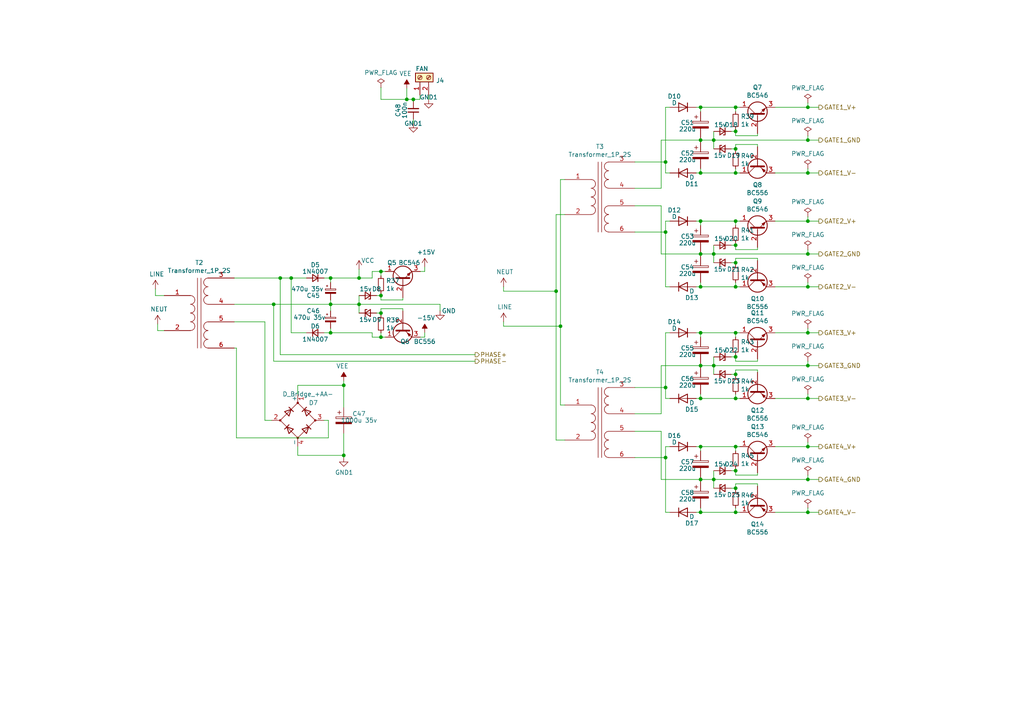
<source format=kicad_sch>
(kicad_sch (version 20200506) (host eeschema "5.99.0-unknown-1f9723c~101~ubuntu18.04.1")
  (page "A4")
  (junction (at 234.315 31.115))
  (junction (at 213.36 71.12))
  (junction (at 213.36 83.185))
  (junction (at 117.983 28.829))
  (junction (at 193.04 132.715))
  (junction (at 110.49 85.725))
  (junction (at 203.2 139.065))
  (junction (at 234.315 139.065))
  (junction (at 234.315 148.59))
  (junction (at 234.315 129.54))
  (junction (at 207.01 139.065))
  (junction (at 203.2 40.64))
  (junction (at 234.315 73.66))
  (junction (at 213.36 96.52))
  (junction (at 213.36 141.605))
  (junction (at 84.455 80.645))
  (junction (at 234.315 64.135))
  (junction (at 234.315 83.185))
  (junction (at 193.04 67.31))
  (junction (at 203.2 129.54))
  (junction (at 110.49 90.805))
  (junction (at 162.56 94.615))
  (junction (at 234.315 50.165))
  (junction (at 110.49 78.74))
  (junction (at 203.2 83.185))
  (junction (at 161.29 84.455))
  (junction (at 110.49 97.79))
  (junction (at 95.885 96.52))
  (junction (at 213.36 115.57))
  (junction (at 213.36 38.1))
  (junction (at 95.885 88.265))
  (junction (at 213.36 108.585))
  (junction (at 203.2 31.115))
  (junction (at 213.36 43.18))
  (junction (at 213.36 103.505))
  (junction (at 203.2 50.165))
  (junction (at 99.695 111.76))
  (junction (at 203.2 96.52))
  (junction (at 193.04 46.99))
  (junction (at 213.36 148.59))
  (junction (at 203.2 106.045))
  (junction (at 81.28 80.645))
  (junction (at 234.315 106.045))
  (junction (at 95.885 80.645))
  (junction (at 203.2 115.57))
  (junction (at 213.36 136.525))
  (junction (at 193.04 112.395))
  (junction (at 79.375 88.265))
  (junction (at 203.2 64.135))
  (junction (at 104.14 80.645))
  (junction (at 234.315 40.64))
  (junction (at 207.01 73.66))
  (junction (at 213.36 50.165))
  (junction (at 213.36 64.135))
  (junction (at 213.36 129.54))
  (junction (at 234.315 115.57))
  (junction (at 207.01 40.64))
  (junction (at 213.36 31.115))
  (junction (at 203.2 73.66))
  (junction (at 119.888 28.829))
  (junction (at 104.14 88.265))
  (junction (at 234.315 96.52))
  (junction (at 203.2 148.59))
  (junction (at 99.695 132.08))
  (junction (at 207.01 106.045))
  (junction (at 213.36 76.2))
  (wire (pts (xy 45.085 83.82) (xy 45.085 85.725)))
  (wire (pts (xy 45.085 85.725) (xy 47.625 85.725)))
  (wire (pts (xy 45.72 93.98) (xy 45.72 95.885)))
  (wire (pts (xy 45.72 95.885) (xy 47.625 95.885)))
  (wire (pts (xy 67.945 80.645) (xy 81.28 80.645)))
  (wire (pts (xy 67.945 88.265) (xy 79.375 88.265)))
  (wire (pts (xy 67.945 93.345) (xy 76.835 93.345)))
  (wire (pts (xy 67.945 100.965) (xy 68.58 100.965)))
  (wire (pts (xy 68.58 100.965) (xy 68.58 127)))
  (wire (pts (xy 68.58 127) (xy 95.25 127)))
  (wire (pts (xy 76.835 93.345) (xy 76.835 121.92)))
  (wire (pts (xy 76.835 121.92) (xy 78.74 121.92)))
  (wire (pts (xy 79.375 88.265) (xy 95.885 88.265)))
  (wire (pts (xy 79.375 104.775) (xy 79.375 88.265)))
  (wire (pts (xy 79.375 104.775) (xy 137.795 104.775)))
  (wire (pts (xy 81.28 80.645) (xy 81.28 102.87)))
  (wire (pts (xy 81.28 80.645) (xy 84.455 80.645)))
  (wire (pts (xy 81.28 102.87) (xy 137.795 102.87)))
  (wire (pts (xy 84.455 80.645) (xy 88.9 80.645)))
  (wire (pts (xy 84.455 96.52) (xy 84.455 80.645)))
  (wire (pts (xy 84.455 96.52) (xy 88.9 96.52)))
  (wire (pts (xy 86.36 111.76) (xy 86.36 114.3)))
  (wire (pts (xy 86.36 111.76) (xy 99.695 111.76)))
  (wire (pts (xy 86.36 129.54) (xy 86.36 132.08)))
  (wire (pts (xy 86.36 132.08) (xy 99.695 132.08)))
  (wire (pts (xy 93.98 80.645) (xy 95.885 80.645)))
  (wire (pts (xy 93.98 96.52) (xy 95.885 96.52)))
  (wire (pts (xy 95.25 121.92) (xy 93.98 121.92)))
  (wire (pts (xy 95.25 127) (xy 95.25 121.92)))
  (wire (pts (xy 95.885 80.645) (xy 95.885 81.915)))
  (wire (pts (xy 95.885 80.645) (xy 104.14 80.645)))
  (wire (pts (xy 95.885 88.265) (xy 95.885 86.995)))
  (wire (pts (xy 95.885 88.265) (xy 95.885 90.17)))
  (wire (pts (xy 95.885 88.265) (xy 104.14 88.265)))
  (wire (pts (xy 95.885 96.52) (xy 95.885 95.25)))
  (wire (pts (xy 95.885 96.52) (xy 107.95 96.52)))
  (wire (pts (xy 99.695 110.49) (xy 99.695 111.76)))
  (wire (pts (xy 99.695 111.76) (xy 99.695 118.11)))
  (wire (pts (xy 99.695 125.73) (xy 99.695 132.08)))
  (wire (pts (xy 99.695 132.08) (xy 99.695 132.715)))
  (wire (pts (xy 104.14 78.105) (xy 104.14 80.645)))
  (wire (pts (xy 104.14 80.645) (xy 107.95 80.645)))
  (wire (pts (xy 104.14 85.725) (xy 104.14 88.265)))
  (wire (pts (xy 104.14 88.265) (xy 104.14 90.805)))
  (wire (pts (xy 104.14 88.265) (xy 127.635 88.265)))
  (wire (pts (xy 107.95 78.74) (xy 110.49 78.74)))
  (wire (pts (xy 107.95 80.645) (xy 107.95 78.74)))
  (wire (pts (xy 107.95 96.52) (xy 107.95 97.79)))
  (wire (pts (xy 107.95 97.79) (xy 110.49 97.79)))
  (wire (pts (xy 109.22 85.725) (xy 110.49 85.725)))
  (wire (pts (xy 109.22 90.805) (xy 110.49 90.805)))
  (wire (pts (xy 110.49 28.829) (xy 110.49 25.4)))
  (wire (pts (xy 110.49 78.74) (xy 110.49 80.01)))
  (wire (pts (xy 110.49 78.74) (xy 111.76 78.74)))
  (wire (pts (xy 110.49 85.09) (xy 110.49 85.725)))
  (wire (pts (xy 110.49 85.725) (xy 110.49 86.995)))
  (wire (pts (xy 110.49 86.995) (xy 116.84 86.995)))
  (wire (pts (xy 110.49 89.535) (xy 110.49 90.805)))
  (wire (pts (xy 110.49 90.805) (xy 110.49 91.44)))
  (wire (pts (xy 110.49 96.52) (xy 110.49 97.79)))
  (wire (pts (xy 110.49 97.79) (xy 111.76 97.79)))
  (wire (pts (xy 116.84 86.36) (xy 116.84 86.995)))
  (wire (pts (xy 116.84 89.535) (xy 110.49 89.535)))
  (wire (pts (xy 116.84 90.17) (xy 116.84 89.535)))
  (wire (pts (xy 117.983 25.654) (xy 117.983 28.829)))
  (wire (pts (xy 117.983 28.829) (xy 110.49 28.829)))
  (wire (pts (xy 117.983 28.829) (xy 119.888 28.829)))
  (wire (pts (xy 119.888 28.829) (xy 119.888 29.464)))
  (wire (pts (xy 119.888 28.829) (xy 121.793 28.829)))
  (wire (pts (xy 119.888 34.544) (xy 119.888 35.814)))
  (wire (pts (xy 121.793 28.829) (xy 121.793 27.559)))
  (wire (pts (xy 121.92 78.74) (xy 123.19 78.74)))
  (wire (pts (xy 121.92 97.79) (xy 123.19 97.79)))
  (wire (pts (xy 123.19 78.74) (xy 123.19 77.47)))
  (wire (pts (xy 123.19 97.79) (xy 123.19 96.52)))
  (wire (pts (xy 124.333 27.559) (xy 124.333 28.829)))
  (wire (pts (xy 127.635 88.265) (xy 127.635 90.17)))
  (wire (pts (xy 146.05 83.185) (xy 146.05 84.455)))
  (wire (pts (xy 146.05 84.455) (xy 161.29 84.455)))
  (wire (pts (xy 146.05 93.345) (xy 146.05 94.615)))
  (wire (pts (xy 146.05 94.615) (xy 162.56 94.615)))
  (wire (pts (xy 161.29 62.23) (xy 163.83 62.23)))
  (wire (pts (xy 161.29 84.455) (xy 161.29 62.23)))
  (wire (pts (xy 161.29 127.635) (xy 161.29 84.455)))
  (wire (pts (xy 162.56 52.07) (xy 163.83 52.07)))
  (wire (pts (xy 162.56 94.615) (xy 162.56 52.07)))
  (wire (pts (xy 162.56 117.475) (xy 162.56 94.615)))
  (wire (pts (xy 162.56 117.475) (xy 163.83 117.475)))
  (wire (pts (xy 163.83 127.635) (xy 161.29 127.635)))
  (wire (pts (xy 184.15 46.99) (xy 193.04 46.99)))
  (wire (pts (xy 184.15 54.61) (xy 191.77 54.61)))
  (wire (pts (xy 184.15 59.69) (xy 191.77 59.69)))
  (wire (pts (xy 184.15 67.31) (xy 193.04 67.31)))
  (wire (pts (xy 184.15 112.395) (xy 193.04 112.395)))
  (wire (pts (xy 184.15 120.015) (xy 191.77 120.015)))
  (wire (pts (xy 184.15 125.095) (xy 191.77 125.095)))
  (wire (pts (xy 184.15 132.715) (xy 193.04 132.715)))
  (wire (pts (xy 191.77 40.64) (xy 203.2 40.64)))
  (wire (pts (xy 191.77 54.61) (xy 191.77 40.64)))
  (wire (pts (xy 191.77 59.69) (xy 191.77 73.66)))
  (wire (pts (xy 191.77 73.66) (xy 203.2 73.66)))
  (wire (pts (xy 191.77 106.045) (xy 203.2 106.045)))
  (wire (pts (xy 191.77 120.015) (xy 191.77 106.045)))
  (wire (pts (xy 191.77 125.095) (xy 191.77 139.065)))
  (wire (pts (xy 191.77 139.065) (xy 203.2 139.065)))
  (wire (pts (xy 193.04 31.115) (xy 194.31 31.115)))
  (wire (pts (xy 193.04 46.99) (xy 193.04 31.115)))
  (wire (pts (xy 193.04 50.165) (xy 193.04 46.99)))
  (wire (pts (xy 193.04 50.165) (xy 194.31 50.165)))
  (wire (pts (xy 193.04 64.135) (xy 193.04 67.31)))
  (wire (pts (xy 193.04 64.135) (xy 194.31 64.135)))
  (wire (pts (xy 193.04 67.31) (xy 193.04 83.185)))
  (wire (pts (xy 193.04 96.52) (xy 194.31 96.52)))
  (wire (pts (xy 193.04 112.395) (xy 193.04 96.52)))
  (wire (pts (xy 193.04 115.57) (xy 193.04 112.395)))
  (wire (pts (xy 193.04 115.57) (xy 194.31 115.57)))
  (wire (pts (xy 193.04 129.54) (xy 193.04 132.715)))
  (wire (pts (xy 193.04 129.54) (xy 194.31 129.54)))
  (wire (pts (xy 193.04 132.715) (xy 193.04 148.59)))
  (wire (pts (xy 194.31 83.185) (xy 193.04 83.185)))
  (wire (pts (xy 194.31 148.59) (xy 193.04 148.59)))
  (wire (pts (xy 201.93 31.115) (xy 203.2 31.115)))
  (wire (pts (xy 201.93 50.165) (xy 203.2 50.165)))
  (wire (pts (xy 201.93 64.135) (xy 203.2 64.135)))
  (wire (pts (xy 201.93 83.185) (xy 203.2 83.185)))
  (wire (pts (xy 201.93 96.52) (xy 203.2 96.52)))
  (wire (pts (xy 201.93 115.57) (xy 203.2 115.57)))
  (wire (pts (xy 201.93 129.54) (xy 203.2 129.54)))
  (wire (pts (xy 201.93 148.59) (xy 203.2 148.59)))
  (wire (pts (xy 203.2 31.115) (xy 203.2 32.385)))
  (wire (pts (xy 203.2 31.115) (xy 213.36 31.115)))
  (wire (pts (xy 203.2 40.005) (xy 203.2 40.64)))
  (wire (pts (xy 203.2 40.64) (xy 203.2 41.275)))
  (wire (pts (xy 203.2 40.64) (xy 207.01 40.64)))
  (wire (pts (xy 203.2 50.165) (xy 203.2 48.895)))
  (wire (pts (xy 203.2 50.165) (xy 213.36 50.165)))
  (wire (pts (xy 203.2 64.135) (xy 203.2 65.405)))
  (wire (pts (xy 203.2 64.135) (xy 213.36 64.135)))
  (wire (pts (xy 203.2 73.025) (xy 203.2 73.66)))
  (wire (pts (xy 203.2 73.66) (xy 203.2 74.295)))
  (wire (pts (xy 203.2 73.66) (xy 207.01 73.66)))
  (wire (pts (xy 203.2 83.185) (xy 203.2 81.915)))
  (wire (pts (xy 203.2 83.185) (xy 213.36 83.185)))
  (wire (pts (xy 203.2 96.52) (xy 203.2 97.79)))
  (wire (pts (xy 203.2 96.52) (xy 213.36 96.52)))
  (wire (pts (xy 203.2 105.41) (xy 203.2 106.045)))
  (wire (pts (xy 203.2 106.045) (xy 203.2 106.68)))
  (wire (pts (xy 203.2 106.045) (xy 207.01 106.045)))
  (wire (pts (xy 203.2 115.57) (xy 203.2 114.3)))
  (wire (pts (xy 203.2 115.57) (xy 213.36 115.57)))
  (wire (pts (xy 203.2 129.54) (xy 203.2 130.81)))
  (wire (pts (xy 203.2 129.54) (xy 213.36 129.54)))
  (wire (pts (xy 203.2 138.43) (xy 203.2 139.065)))
  (wire (pts (xy 203.2 139.065) (xy 203.2 139.7)))
  (wire (pts (xy 203.2 139.065) (xy 207.01 139.065)))
  (wire (pts (xy 203.2 148.59) (xy 203.2 147.32)))
  (wire (pts (xy 203.2 148.59) (xy 213.36 148.59)))
  (wire (pts (xy 207.01 40.64) (xy 207.01 38.1)))
  (wire (pts (xy 207.01 40.64) (xy 207.01 43.18)))
  (wire (pts (xy 207.01 40.64) (xy 234.315 40.64)))
  (wire (pts (xy 207.01 73.66) (xy 207.01 71.12)))
  (wire (pts (xy 207.01 73.66) (xy 207.01 76.2)))
  (wire (pts (xy 207.01 73.66) (xy 234.315 73.66)))
  (wire (pts (xy 207.01 106.045) (xy 207.01 103.505)))
  (wire (pts (xy 207.01 106.045) (xy 207.01 108.585)))
  (wire (pts (xy 207.01 106.045) (xy 234.315 106.045)))
  (wire (pts (xy 207.01 139.065) (xy 207.01 136.525)))
  (wire (pts (xy 207.01 139.065) (xy 207.01 141.605)))
  (wire (pts (xy 207.01 139.065) (xy 234.315 139.065)))
  (wire (pts (xy 212.09 38.1) (xy 213.36 38.1)))
  (wire (pts (xy 212.09 43.18) (xy 213.36 43.18)))
  (wire (pts (xy 212.09 71.12) (xy 213.36 71.12)))
  (wire (pts (xy 212.09 76.2) (xy 213.36 76.2)))
  (wire (pts (xy 212.09 103.505) (xy 213.36 103.505)))
  (wire (pts (xy 212.09 108.585) (xy 213.36 108.585)))
  (wire (pts (xy 212.09 136.525) (xy 213.36 136.525)))
  (wire (pts (xy 212.09 141.605) (xy 213.36 141.605)))
  (wire (pts (xy 213.36 31.115) (xy 213.36 32.385)))
  (wire (pts (xy 213.36 31.115) (xy 214.63 31.115)))
  (wire (pts (xy 213.36 37.465) (xy 213.36 38.1)))
  (wire (pts (xy 213.36 38.1) (xy 213.36 39.37)))
  (wire (pts (xy 213.36 39.37) (xy 219.71 39.37)))
  (wire (pts (xy 213.36 41.91) (xy 213.36 43.18)))
  (wire (pts (xy 213.36 43.18) (xy 213.36 43.815)))
  (wire (pts (xy 213.36 48.895) (xy 213.36 50.165)))
  (wire (pts (xy 213.36 50.165) (xy 214.63 50.165)))
  (wire (pts (xy 213.36 64.135) (xy 213.36 65.405)))
  (wire (pts (xy 213.36 64.135) (xy 214.63 64.135)))
  (wire (pts (xy 213.36 70.485) (xy 213.36 71.12)))
  (wire (pts (xy 213.36 71.12) (xy 213.36 72.39)))
  (wire (pts (xy 213.36 72.39) (xy 219.71 72.39)))
  (wire (pts (xy 213.36 74.93) (xy 213.36 76.2)))
  (wire (pts (xy 213.36 76.2) (xy 213.36 76.835)))
  (wire (pts (xy 213.36 81.915) (xy 213.36 83.185)))
  (wire (pts (xy 213.36 83.185) (xy 214.63 83.185)))
  (wire (pts (xy 213.36 96.52) (xy 213.36 97.79)))
  (wire (pts (xy 213.36 96.52) (xy 214.63 96.52)))
  (wire (pts (xy 213.36 102.87) (xy 213.36 103.505)))
  (wire (pts (xy 213.36 103.505) (xy 213.36 104.775)))
  (wire (pts (xy 213.36 104.775) (xy 219.71 104.775)))
  (wire (pts (xy 213.36 107.315) (xy 213.36 108.585)))
  (wire (pts (xy 213.36 108.585) (xy 213.36 109.22)))
  (wire (pts (xy 213.36 114.3) (xy 213.36 115.57)))
  (wire (pts (xy 213.36 115.57) (xy 214.63 115.57)))
  (wire (pts (xy 213.36 129.54) (xy 213.36 130.81)))
  (wire (pts (xy 213.36 129.54) (xy 214.63 129.54)))
  (wire (pts (xy 213.36 135.89) (xy 213.36 136.525)))
  (wire (pts (xy 213.36 136.525) (xy 213.36 137.795)))
  (wire (pts (xy 213.36 137.795) (xy 219.71 137.795)))
  (wire (pts (xy 213.36 140.335) (xy 213.36 141.605)))
  (wire (pts (xy 213.36 141.605) (xy 213.36 142.24)))
  (wire (pts (xy 213.36 147.32) (xy 213.36 148.59)))
  (wire (pts (xy 213.36 148.59) (xy 214.63 148.59)))
  (wire (pts (xy 219.71 38.735) (xy 219.71 39.37)))
  (wire (pts (xy 219.71 41.91) (xy 213.36 41.91)))
  (wire (pts (xy 219.71 42.545) (xy 219.71 41.91)))
  (wire (pts (xy 219.71 71.755) (xy 219.71 72.39)))
  (wire (pts (xy 219.71 74.93) (xy 213.36 74.93)))
  (wire (pts (xy 219.71 75.565) (xy 219.71 74.93)))
  (wire (pts (xy 219.71 104.14) (xy 219.71 104.775)))
  (wire (pts (xy 219.71 107.315) (xy 213.36 107.315)))
  (wire (pts (xy 219.71 107.95) (xy 219.71 107.315)))
  (wire (pts (xy 219.71 137.16) (xy 219.71 137.795)))
  (wire (pts (xy 219.71 140.335) (xy 213.36 140.335)))
  (wire (pts (xy 219.71 140.97) (xy 219.71 140.335)))
  (wire (pts (xy 224.79 31.115) (xy 234.315 31.115)))
  (wire (pts (xy 224.79 50.165) (xy 234.315 50.165)))
  (wire (pts (xy 224.79 64.135) (xy 234.315 64.135)))
  (wire (pts (xy 224.79 83.185) (xy 234.315 83.185)))
  (wire (pts (xy 224.79 96.52) (xy 234.315 96.52)))
  (wire (pts (xy 224.79 115.57) (xy 234.315 115.57)))
  (wire (pts (xy 224.79 129.54) (xy 234.315 129.54)))
  (wire (pts (xy 224.79 148.59) (xy 234.315 148.59)))
  (wire (pts (xy 234.315 29.845) (xy 234.315 31.115)))
  (wire (pts (xy 234.315 31.115) (xy 237.49 31.115)))
  (wire (pts (xy 234.315 39.37) (xy 234.315 40.64)))
  (wire (pts (xy 234.315 40.64) (xy 237.49 40.64)))
  (wire (pts (xy 234.315 48.895) (xy 234.315 50.165)))
  (wire (pts (xy 234.315 50.165) (xy 237.49 50.165)))
  (wire (pts (xy 234.315 62.865) (xy 234.315 64.135)))
  (wire (pts (xy 234.315 64.135) (xy 237.49 64.135)))
  (wire (pts (xy 234.315 72.39) (xy 234.315 73.66)))
  (wire (pts (xy 234.315 73.66) (xy 237.49 73.66)))
  (wire (pts (xy 234.315 81.915) (xy 234.315 83.185)))
  (wire (pts (xy 234.315 83.185) (xy 237.49 83.185)))
  (wire (pts (xy 234.315 95.25) (xy 234.315 96.52)))
  (wire (pts (xy 234.315 96.52) (xy 237.49 96.52)))
  (wire (pts (xy 234.315 104.775) (xy 234.315 106.045)))
  (wire (pts (xy 234.315 106.045) (xy 237.49 106.045)))
  (wire (pts (xy 234.315 114.3) (xy 234.315 115.57)))
  (wire (pts (xy 234.315 115.57) (xy 237.49 115.57)))
  (wire (pts (xy 234.315 128.27) (xy 234.315 129.54)))
  (wire (pts (xy 234.315 129.54) (xy 237.49 129.54)))
  (wire (pts (xy 234.315 137.795) (xy 234.315 139.065)))
  (wire (pts (xy 234.315 139.065) (xy 237.49 139.065)))
  (wire (pts (xy 234.315 147.32) (xy 234.315 148.59)))
  (wire (pts (xy 234.315 148.59) (xy 237.49 148.59)))
  (hierarchical_label "PHASE+" (shape output) (at 137.795 102.87 0))
  (hierarchical_label "PHASE-" (shape output) (at 137.795 104.775 0))
  (hierarchical_label "GATE1_V+" (shape output) (at 237.49 31.115 0))
  (hierarchical_label "GATE1_GND" (shape output) (at 237.49 40.64 0))
  (hierarchical_label "GATE1_V-" (shape output) (at 237.49 50.165 0))
  (hierarchical_label "GATE2_V+" (shape output) (at 237.49 64.135 0))
  (hierarchical_label "GATE2_GND" (shape output) (at 237.49 73.66 0))
  (hierarchical_label "GATE2_V-" (shape output) (at 237.49 83.185 0))
  (hierarchical_label "GATE3_V+" (shape output) (at 237.49 96.52 0))
  (hierarchical_label "GATE3_GND" (shape output) (at 237.49 106.045 0))
  (hierarchical_label "GATE3_V-" (shape output) (at 237.49 115.57 0))
  (hierarchical_label "GATE4_V+" (shape output) (at 237.49 129.54 0))
  (hierarchical_label "GATE4_GND" (shape output) (at 237.49 139.065 0))
  (hierarchical_label "GATE4_V-" (shape output) (at 237.49 148.59 0))
  (symbol (lib_id "power:PWR_FLAG") (at 110.49 25.4 0) (unit 1)
    (property "Reference" "#FLG0121" (effects hide))
    (property "Value" "PWR_FLAG" (at 110.49 21.0756 0))
  )
  (symbol (lib_id "power:PWR_FLAG") (at 234.315 29.845 0) (unit 1)
    (property "Reference" "#FLG0109" (effects hide))
    (property "Value" "PWR_FLAG" (at 234.315 25.5206 0))
  )
  (symbol (lib_id "power:PWR_FLAG") (at 234.315 39.37 0) (unit 1)
    (property "Reference" "#FLG0110" (effects hide))
    (property "Value" "PWR_FLAG" (at 234.315 35.0456 0))
  )
  (symbol (lib_id "power:PWR_FLAG") (at 234.315 48.895 0) (unit 1)
    (property "Reference" "#FLG0108" (effects hide))
    (property "Value" "PWR_FLAG" (at 234.315 44.577 0))
  )
  (symbol (lib_id "power:PWR_FLAG") (at 234.315 62.865 0) (unit 1)
    (property "Reference" "#FLG0117" (effects hide))
    (property "Value" "PWR_FLAG" (at 234.315 58.547 0))
  )
  (symbol (lib_id "power:PWR_FLAG") (at 234.315 72.39 0) (unit 1)
    (property "Reference" "#FLG0118" (effects hide))
    (property "Value" "PWR_FLAG" (at 234.315 68.072 0))
  )
  (symbol (lib_id "power:PWR_FLAG") (at 234.315 81.915 0) (unit 1)
    (property "Reference" "#FLG0119" (effects hide))
    (property "Value" "PWR_FLAG" (at 234.315 77.597 0))
  )
  (symbol (lib_id "power:PWR_FLAG") (at 234.315 95.25 0) (unit 1)
    (property "Reference" "#FLG0115" (effects hide))
    (property "Value" "PWR_FLAG" (at 234.315 90.932 0))
  )
  (symbol (lib_id "power:PWR_FLAG") (at 234.315 104.775 0) (unit 1)
    (property "Reference" "#FLG0116" (effects hide))
    (property "Value" "PWR_FLAG" (at 234.315 100.457 0))
  )
  (symbol (lib_id "power:PWR_FLAG") (at 234.315 114.3 0) (unit 1)
    (property "Reference" "#FLG0114" (effects hide))
    (property "Value" "PWR_FLAG" (at 234.315 109.982 0))
  )
  (symbol (lib_id "power:PWR_FLAG") (at 234.315 128.27 0) (unit 1)
    (property "Reference" "#FLG0112" (effects hide))
    (property "Value" "PWR_FLAG" (at 234.315 123.952 0))
  )
  (symbol (lib_id "power:PWR_FLAG") (at 234.315 137.795 0) (unit 1)
    (property "Reference" "#FLG0113" (effects hide))
    (property "Value" "PWR_FLAG" (at 234.315 133.477 0))
  )
  (symbol (lib_id "power:PWR_FLAG") (at 234.315 147.32 0) (unit 1)
    (property "Reference" "#FLG0111" (effects hide))
    (property "Value" "PWR_FLAG" (at 234.315 143.002 0))
  )
  (symbol (lib_id "power:LINE") (at 45.085 83.82 0) (unit 1)
    (property "Reference" "#PWR039" (effects hide))
    (property "Value" "LINE" (at 45.466 79.502 0))
  )
  (symbol (lib_id "power:NEUT") (at 45.72 93.98 0) (unit 1)
    (property "Reference" "#PWR040" (effects hide))
    (property "Value" "NEUT" (at 46.101 89.662 0))
  )
  (symbol (lib_id "power:VEE") (at 99.695 110.49 0) (mirror y) (unit 1)
    (property "Reference" "#PWR042" (effects hide))
    (property "Value" "VEE" (at 99.314 106.172 0))
  )
  (symbol (lib_id "power:VCC") (at 104.14 78.105 0) (unit 1)
    (property "Reference" "#PWR041" (effects hide))
    (property "Value" "VCC" (at 106.68 75.565 0))
  )
  (symbol (lib_id "power:VEE") (at 117.983 25.654 0) (mirror y) (unit 1)
    (property "Reference" "#PWR047" (effects hide))
    (property "Value" "VEE" (at 117.602 21.336 0))
  )
  (symbol (lib_id "power:+15V") (at 123.19 77.47 0) (unit 1)
    (property "Reference" "#PWR044" (effects hide))
    (property "Value" "+15V" (at 123.5583 73.1456 0))
  )
  (symbol (lib_id "power:-15V") (at 123.19 96.52 0) (unit 1)
    (property "Reference" "#PWR045" (effects hide))
    (property "Value" "-15V" (at 123.5583 92.1956 0))
  )
  (symbol (lib_id "power:NEUT") (at 146.05 83.185 0) (unit 1)
    (property "Reference" "#PWR056" (effects hide))
    (property "Value" "NEUT" (at 146.4183 78.8606 0))
  )
  (symbol (lib_id "power:LINE") (at 146.05 93.345 0) (unit 1)
    (property "Reference" "#PWR055" (effects hide))
    (property "Value" "LINE" (at 146.4183 89.0206 0))
  )
  (symbol (lib_id "power:GND1") (at 99.695 132.715 0) (unit 1)
    (property "Reference" "#PWR043" (effects hide))
    (property "Value" "GND1" (at 99.8093 137.0394 0))
  )
  (symbol (lib_id "power:GND1") (at 119.888 35.814 0) (unit 1)
    (property "Reference" "#PWR048" (effects hide))
    (property "Value" "GND1" (at 119.888 35.814 0))
  )
  (symbol (lib_id "power:GND1") (at 124.333 28.829 0) (unit 1)
    (property "Reference" "#PWR049" (effects hide))
    (property "Value" "GND1" (at 124.333 28.194 0))
  )
  (symbol (lib_id "power:GND") (at 127.635 90.17 0) (unit 1)
    (property "Reference" "#PWR046" (effects hide))
    (property "Value" "GND" (at 130.175 90.17 0))
  )
  (symbol (lib_name "Device:R_Small_1") (lib_id "Device:R_Small") (at 110.49 82.55 0) (unit 1)
    (property "Reference" "R37" (at 111.9886 81.407 0) (effects (justify left)))
    (property "Value" "1k" (at 111.9886 83.693 0) (effects (justify left)))
    (property "Footprint" "Resistor_THT:R_Axial_DIN0204_L3.6mm_D1.6mm_P5.08mm_Horizontal" (effects hide))
    (property "Link" "https://ozdisan.com/passive-components/resistors/tht-through-hole-resistors/CFR0W8J0102A50" (effects hide))
    (property "Price" "0.03898TL" (effects hide))
  )
  (symbol (lib_name "Device:R_Small_2") (lib_id "Device:R_Small") (at 110.49 93.98 0) (unit 1)
    (property "Reference" "R38" (at 111.9886 92.837 0) (effects (justify left)))
    (property "Value" "1k" (at 111.9886 95.123 0) (effects (justify left)))
    (property "Footprint" "Resistor_THT:R_Axial_DIN0204_L3.6mm_D1.6mm_P5.08mm_Horizontal" (effects hide))
    (property "Link" "https://ozdisan.com/passive-components/resistors/tht-through-hole-resistors/CFR0W8J0102A50" (effects hide))
    (property "Price" "0.03898TL" (effects hide))
  )
  (symbol (lib_name "Device:R_Small_3") (lib_id "Device:R_Small") (at 213.36 34.925 0) (unit 1)
    (property "Reference" "R39" (at 214.8586 33.782 0) (effects (justify left)))
    (property "Value" "1k" (at 214.8586 36.068 0) (effects (justify left)))
    (property "Footprint" "Resistor_THT:R_Axial_DIN0204_L3.6mm_D1.6mm_P5.08mm_Horizontal" (effects hide))
    (property "Link" "https://ozdisan.com/passive-components/resistors/tht-through-hole-resistors/CFR0W8J0102A50" (effects hide))
    (property "Price" "0.03898TL" (effects hide))
  )
  (symbol (lib_id "Device:R_Small") (at 213.36 46.355 0) (unit 1)
    (property "Reference" "R40" (at 214.8586 45.212 0) (effects (justify left)))
    (property "Value" "1k" (at 214.8586 47.498 0) (effects (justify left)))
    (property "Footprint" "Resistor_THT:R_Axial_DIN0204_L3.6mm_D1.6mm_P5.08mm_Horizontal" (effects hide))
    (property "Link" "https://ozdisan.com/passive-components/resistors/tht-through-hole-resistors/CFR0W8J0102A50" (effects hide))
    (property "Price" "0.03898TL" (effects hide))
  )
  (symbol (lib_id "Device:R_Small") (at 213.36 67.945 0) (unit 1)
    (property "Reference" "R41" (at 214.8586 66.802 0) (effects (justify left)))
    (property "Value" "1k" (at 214.8586 69.088 0) (effects (justify left)))
    (property "Footprint" "Resistor_THT:R_Axial_DIN0204_L3.6mm_D1.6mm_P5.08mm_Horizontal" (effects hide))
    (property "Link" "https://ozdisan.com/passive-components/resistors/tht-through-hole-resistors/CFR0W8J0102A50" (effects hide))
    (property "Price" "0.03898TL" (effects hide))
  )
  (symbol (lib_id "Device:R_Small") (at 213.36 79.375 0) (unit 1)
    (property "Reference" "R42" (at 214.8586 78.232 0) (effects (justify left)))
    (property "Value" "1k" (at 214.8586 80.518 0) (effects (justify left)))
    (property "Footprint" "Resistor_THT:R_Axial_DIN0204_L3.6mm_D1.6mm_P5.08mm_Horizontal" (effects hide))
    (property "Link" "https://ozdisan.com/passive-components/resistors/tht-through-hole-resistors/CFR0W8J0102A50" (effects hide))
    (property "Price" "0.03898TL" (effects hide))
  )
  (symbol (lib_name "Device:R_Small_4") (lib_id "Device:R_Small") (at 213.36 100.33 0) (unit 1)
    (property "Reference" "R43" (at 214.8586 99.187 0) (effects (justify left)))
    (property "Value" "1k" (at 214.8586 101.473 0) (effects (justify left)))
    (property "Footprint" "Resistor_THT:R_Axial_DIN0204_L3.6mm_D1.6mm_P5.08mm_Horizontal" (effects hide))
    (property "Link" "https://ozdisan.com/passive-components/resistors/tht-through-hole-resistors/CFR0W8J0102A50" (effects hide))
    (property "Price" "0.03898TL" (effects hide))
  )
  (symbol (lib_id "Device:R_Small") (at 213.36 111.76 0) (unit 1)
    (property "Reference" "R44" (at 214.8586 110.617 0) (effects (justify left)))
    (property "Value" "1k" (at 214.8586 112.903 0) (effects (justify left)))
    (property "Footprint" "Resistor_THT:R_Axial_DIN0204_L3.6mm_D1.6mm_P5.08mm_Horizontal" (effects hide))
    (property "Link" "https://ozdisan.com/passive-components/resistors/tht-through-hole-resistors/CFR0W8J0102A50" (effects hide))
    (property "Price" "0.03898TL" (effects hide))
  )
  (symbol (lib_id "Device:R_Small") (at 213.36 133.35 0) (unit 1)
    (property "Reference" "R45" (at 214.8586 132.207 0) (effects (justify left)))
    (property "Value" "1k" (at 214.8586 134.493 0) (effects (justify left)))
    (property "Footprint" "Resistor_THT:R_Axial_DIN0204_L3.6mm_D1.6mm_P5.08mm_Horizontal" (effects hide))
    (property "Link" "https://ozdisan.com/passive-components/resistors/tht-through-hole-resistors/CFR0W8J0102A50" (effects hide))
    (property "Price" "0.03898TL" (effects hide))
  )
  (symbol (lib_id "Device:R_Small") (at 213.36 144.78 0) (unit 1)
    (property "Reference" "R46" (at 214.8586 143.637 0) (effects (justify left)))
    (property "Value" "1k" (at 214.8586 145.923 0) (effects (justify left)))
    (property "Footprint" "Resistor_THT:R_Axial_DIN0204_L3.6mm_D1.6mm_P5.08mm_Horizontal" (effects hide))
    (property "Link" "https://ozdisan.com/passive-components/resistors/tht-through-hole-resistors/CFR0W8J0102A50" (effects hide))
    (property "Price" "0.03898TL" (effects hide))
  )
  (symbol (lib_id "Device:D_Small") (at 91.44 80.645 180) (unit 1)
    (property "Reference" "D5" (at 91.44 76.835 0))
    (property "Value" "1N4007" (at 91.44 78.74 0))
    (property "Footprint" "Diode_THT:D_A-405_P10.16mm_Horizontal" (effects hide))
    (property "Link" "https://ozdisan.com/power-semiconductors/diodes-diode-modules-and-rectifiers/general-purpose-diodes/1N4007-JQ" (effects hide))
    (property "Price" "0.08621TL" (effects hide))
  )
  (symbol (lib_id "Device:D_Small") (at 91.44 96.52 0) (unit 1)
    (property "Reference" "D6" (at 91.44 94.615 0))
    (property "Value" "1N4007" (at 91.44 98.425 0))
    (property "Footprint" "Diode_THT:D_A-405_P10.16mm_Horizontal" (effects hide))
    (property "Link" "https://ozdisan.com/power-semiconductors/diodes-diode-modules-and-rectifiers/general-purpose-diodes/1N4007-JQ" (effects hide))
    (property "Price" "0.08621TL" (effects hide))
  )
  (symbol (lib_name "Device:D_Zener_Small_1") (lib_id "Device:D_Zener_Small") (at 106.68 85.725 180) (unit 1)
    (property "Reference" "D8" (at 109.22 83.82 0))
    (property "Value" "15v" (at 106.045 83.82 0))
    (property "Footprint" "Diode_THT:D_DO-35_SOD27_P7.62mm_Horizontal" (effects hide))
    (property "Link" "https://ozdisan.com/power-semiconductors/diodes-diode-modules-and-rectifiers/zener-diodes/BZX55C15AY10001" (effects hide))
    (property "Price" "0.13551TL" (effects hide))
  )
  (symbol (lib_name "Device:D_Zener_Small_2") (lib_id "Device:D_Zener_Small") (at 106.68 90.805 0) (unit 1)
    (property "Reference" "D9" (at 107.95 92.71 0) (effects (justify left)))
    (property "Value" "15v" (at 104.14 92.71 0) (effects (justify left)))
    (property "Footprint" "Diode_THT:D_DO-35_SOD27_P7.62mm_Horizontal" (effects hide))
    (property "Link" "https://ozdisan.com/power-semiconductors/diodes-diode-modules-and-rectifiers/zener-diodes/BZX55C15AY10001" (effects hide))
    (property "Price" "0.13551TL" (effects hide))
  )
  (symbol (lib_id "Device:D_Zener_Small") (at 209.55 38.1 180) (unit 1)
    (property "Reference" "D18" (at 212.09 36.195 0))
    (property "Value" "15v" (at 208.915 36.195 0))
    (property "Footprint" "Diode_THT:D_DO-35_SOD27_P7.62mm_Horizontal" (effects hide))
    (property "Link" "https://ozdisan.com/power-semiconductors/diodes-diode-modules-and-rectifiers/zener-diodes/BZX55C15AY10001" (effects hide))
    (property "Price" "0.13551TL" (effects hide))
  )
  (symbol (lib_id "Device:D_Zener_Small") (at 209.55 43.18 0) (unit 1)
    (property "Reference" "D19" (at 210.82 45.085 0) (effects (justify left)))
    (property "Value" "15v" (at 207.01 45.085 0) (effects (justify left)))
    (property "Footprint" "Diode_THT:D_DO-35_SOD27_P7.62mm_Horizontal" (effects hide))
    (property "Link" "https://ozdisan.com/power-semiconductors/diodes-diode-modules-and-rectifiers/zener-diodes/BZX55C15AY10001" (effects hide))
    (property "Price" "0.13551TL" (effects hide))
  )
  (symbol (lib_id "Device:D_Zener_Small") (at 209.55 71.12 180) (unit 1)
    (property "Reference" "D20" (at 212.09 69.215 0))
    (property "Value" "15v" (at 208.915 69.215 0))
    (property "Footprint" "Diode_THT:D_DO-35_SOD27_P7.62mm_Horizontal" (effects hide))
    (property "Link" "https://ozdisan.com/power-semiconductors/diodes-diode-modules-and-rectifiers/zener-diodes/BZX55C15AY10001" (effects hide))
    (property "Price" "0.13551TL" (effects hide))
  )
  (symbol (lib_id "Device:D_Zener_Small") (at 209.55 76.2 0) (unit 1)
    (property "Reference" "D21" (at 210.82 78.105 0) (effects (justify left)))
    (property "Value" "15v" (at 207.01 78.105 0) (effects (justify left)))
    (property "Footprint" "Diode_THT:D_DO-35_SOD27_P7.62mm_Horizontal" (effects hide))
    (property "Link" "https://ozdisan.com/power-semiconductors/diodes-diode-modules-and-rectifiers/zener-diodes/BZX55C15AY10001" (effects hide))
    (property "Price" "0.13551TL" (effects hide))
  )
  (symbol (lib_id "Device:D_Zener_Small") (at 209.55 103.505 180) (unit 1)
    (property "Reference" "D22" (at 212.09 101.6 0))
    (property "Value" "15v" (at 208.915 101.6 0))
    (property "Footprint" "Diode_THT:D_DO-35_SOD27_P7.62mm_Horizontal" (effects hide))
    (property "Link" "https://ozdisan.com/power-semiconductors/diodes-diode-modules-and-rectifiers/zener-diodes/BZX55C15AY10001" (effects hide))
    (property "Price" "0.13551TL" (effects hide))
  )
  (symbol (lib_id "Device:D_Zener_Small") (at 209.55 108.585 0) (unit 1)
    (property "Reference" "D23" (at 210.82 110.49 0) (effects (justify left)))
    (property "Value" "15v" (at 207.01 110.49 0) (effects (justify left)))
    (property "Footprint" "Diode_THT:D_DO-35_SOD27_P7.62mm_Horizontal" (effects hide))
    (property "Link" "https://ozdisan.com/power-semiconductors/diodes-diode-modules-and-rectifiers/zener-diodes/BZX55C15AY10001" (effects hide))
    (property "Price" "0.13551TL" (effects hide))
  )
  (symbol (lib_id "Device:D_Zener_Small") (at 209.55 136.525 180) (unit 1)
    (property "Reference" "D24" (at 212.09 134.62 0))
    (property "Value" "15v" (at 208.915 134.62 0))
    (property "Footprint" "Diode_THT:D_DO-35_SOD27_P7.62mm_Horizontal" (effects hide))
    (property "Link" "https://ozdisan.com/power-semiconductors/diodes-diode-modules-and-rectifiers/zener-diodes/BZX55C15AY10001" (effects hide))
    (property "Price" "0.13551TL" (effects hide))
  )
  (symbol (lib_id "Device:D_Zener_Small") (at 209.55 141.605 0) (unit 1)
    (property "Reference" "D25" (at 210.82 143.51 0) (effects (justify left)))
    (property "Value" "15v" (at 207.01 143.51 0) (effects (justify left)))
    (property "Footprint" "Diode_THT:D_DO-35_SOD27_P7.62mm_Horizontal" (effects hide))
    (property "Link" "https://ozdisan.com/power-semiconductors/diodes-diode-modules-and-rectifiers/zener-diodes/BZX55C15AY10001" (effects hide))
    (property "Price" "0.13551TL" (effects hide))
  )
  (symbol (lib_id "Device:CP_Small") (at 95.885 84.455 0) (unit 1)
    (property "Reference" "C45" (at 88.9 85.725 0) (effects (justify left)))
    (property "Value" "470u 35v" (at 84.455 83.82 0) (effects (justify left)))
    (property "Footprint" "Capacitor_THT:CP_Radial_D10.0mm_P5.00mm" (effects hide))
    (property "Link" "https://ozdisan.com/passive-components/capacitors/aluminum-capacitors/RS-035V470AX170-T5" (effects hide))
    (property "Price" "0.67556TL" (effects hide))
  )
  (symbol (lib_id "Device:CP_Small") (at 95.885 92.71 0) (unit 1)
    (property "Reference" "C46" (at 88.9 90.17 0) (effects (justify left)))
    (property "Value" "470u 35v" (at 85.09 92.075 0) (effects (justify left)))
    (property "Footprint" "Capacitor_THT:CP_Radial_D10.0mm_P5.00mm" (effects hide))
    (property "Link" "https://ozdisan.com/passive-components/capacitors/aluminum-capacitors/RS-035V470AX170-T5" (effects hide))
    (property "Price" "0.67556TL" (effects hide))
  )
  (symbol (lib_name "Device:C_Small_1") (lib_id "Device:C_Small") (at 119.888 32.004 180) (unit 1)
    (property "Reference" "C48" (at 115.443 32.004 90))
    (property "Value" "100n" (at 117.348 32.004 90))
    (property "Footprint" "Capacitor_THT:C_Rect_L7.2mm_W2.5mm_P5.00mm_FKS2_FKP2_MKS2_MKP2" (effects hide))
    (property "Link" "https://ozdisan.com/passive-components/capacitors/film-capacitors/C242A104J2SA201" (effects hide))
    (property "Price" "0.28918TL" (effects hide))
  )
  (symbol (lib_id "Device:D") (at 198.12 31.115 0) (mirror y) (unit 1)
    (property "Reference" "D10" (at 195.58 27.94 0))
    (property "Value" "D" (at 195.58 29.845 0))
    (property "Footprint" "Diode_THT:D_DO-35_SOD27_P7.62mm_Horizontal" (effects hide))
    (property "Link" "https://ozdisan.com/power-semiconductors/diodes-diode-modules-and-rectifiers/general-purpose-diodes/1N4148-35AY10001" (effects hide))
    (property "Price" "0.05404TL" (effects hide))
  )
  (symbol (lib_id "Device:D") (at 198.12 50.165 0) (mirror x) (unit 1)
    (property "Reference" "D11" (at 200.66 53.34 0))
    (property "Value" "D" (at 200.66 51.435 0))
    (property "Footprint" "Diode_THT:D_DO-35_SOD27_P7.62mm_Horizontal" (effects hide))
    (property "Link" "https://ozdisan.com/power-semiconductors/diodes-diode-modules-and-rectifiers/general-purpose-diodes/1N4148-35AY10001" (effects hide))
    (property "Price" "0.05404TL" (effects hide))
  )
  (symbol (lib_name "Device:D_3") (lib_id "Device:D") (at 198.12 64.135 0) (mirror y) (unit 1)
    (property "Reference" "D12" (at 195.58 60.96 0))
    (property "Value" "D" (at 195.58 62.865 0))
    (property "Footprint" "Diode_THT:D_DO-35_SOD27_P7.62mm_Horizontal" (effects hide))
    (property "Link" "https://ozdisan.com/power-semiconductors/diodes-diode-modules-and-rectifiers/general-purpose-diodes/1N4148-35AY10001" (effects hide))
    (property "Price" "0.05404TL" (effects hide))
  )
  (symbol (lib_id "Device:D") (at 198.12 83.185 0) (mirror x) (unit 1)
    (property "Reference" "D13" (at 200.66 86.36 0))
    (property "Value" "D" (at 200.66 84.455 0))
    (property "Footprint" "Diode_THT:D_DO-35_SOD27_P7.62mm_Horizontal" (effects hide))
    (property "Link" "https://ozdisan.com/power-semiconductors/diodes-diode-modules-and-rectifiers/general-purpose-diodes/1N4148-35AY10001" (effects hide))
    (property "Price" "0.05404TL" (effects hide))
  )
  (symbol (lib_id "Device:D") (at 198.12 96.52 0) (mirror y) (unit 1)
    (property "Reference" "D14" (at 195.58 93.345 0))
    (property "Value" "D" (at 195.58 95.25 0))
    (property "Footprint" "Diode_THT:D_DO-35_SOD27_P7.62mm_Horizontal" (effects hide))
    (property "Link" "https://ozdisan.com/power-semiconductors/diodes-diode-modules-and-rectifiers/general-purpose-diodes/1N4148-35AY10001" (effects hide))
    (property "Price" "0.05404TL" (effects hide))
  )
  (symbol (lib_id "Device:D") (at 198.12 115.57 0) (mirror x) (unit 1)
    (property "Reference" "D15" (at 200.66 118.745 0))
    (property "Value" "D" (at 200.66 116.84 0))
    (property "Footprint" "Diode_THT:D_DO-35_SOD27_P7.62mm_Horizontal" (effects hide))
    (property "Link" "https://ozdisan.com/power-semiconductors/diodes-diode-modules-and-rectifiers/general-purpose-diodes/1N4148-35AY10001" (effects hide))
    (property "Price" "0.05404TL" (effects hide))
  )
  (symbol (lib_id "Device:D") (at 198.12 129.54 0) (mirror y) (unit 1)
    (property "Reference" "D16" (at 195.58 126.365 0))
    (property "Value" "D" (at 195.58 128.27 0))
    (property "Footprint" "Diode_THT:D_DO-35_SOD27_P7.62mm_Horizontal" (effects hide))
    (property "Link" "https://ozdisan.com/power-semiconductors/diodes-diode-modules-and-rectifiers/general-purpose-diodes/1N4148-35AY10001" (effects hide))
    (property "Price" "0.05404TL" (effects hide))
  )
  (symbol (lib_id "Device:D") (at 198.12 148.59 0) (mirror x) (unit 1)
    (property "Reference" "D17" (at 200.66 151.765 0))
    (property "Value" "D" (at 200.66 149.86 0))
    (property "Footprint" "Diode_THT:D_DO-35_SOD27_P7.62mm_Horizontal" (effects hide))
    (property "Link" "https://ozdisan.com/power-semiconductors/diodes-diode-modules-and-rectifiers/general-purpose-diodes/1N4148-35AY10001" (effects hide))
    (property "Price" "0.05404TL" (effects hide))
  )
  (symbol (lib_name "Connector:Screw_Terminal_01x02_1") (lib_id "Connector:Screw_Terminal_01x02") (at 121.793 22.479 90) (unit 1)
    (property "Reference" "J4" (at 126.4667 23.3616 90) (effects (justify right)))
    (property "Value" "FAN" (at 120.523 19.939 90) (effects (justify right)))
    (property "Footprint" "oe_connector:DG128-5.0-02P-14-00AH" (effects hide))
    (property "Link" "https://ozdisan.com/connectors-and-interconnects/terminal-blocks/pcb-terminal-blocks/DG128-5-0-02P-14-00AH" (effects hide))
    (property "Price" "0.82190TL" (effects hide))
  )
  (symbol (lib_name "Device:CP_2") (lib_id "Device:CP") (at 99.695 121.92 0) (unit 1)
    (property "Reference" "C47" (at 104.14 120.015 0))
    (property "Value" "1000u 35v" (at 104.14 121.92 0))
    (property "Footprint" "Capacitor_THT:CP_Radial_D12.5mm_P5.00mm" (effects hide))
    (property "Link" "https://www.ozdisan.com/passive-components/capacitors/aluminum-capacitors/RD1H108M12025PH" (effects hide))
    (property "Price" "1.63682TL" (effects hide))
  )
  (symbol (lib_name "Device:CP_9") (lib_id "Device:CP") (at 203.2 36.195 0) (unit 1)
    (property "Reference" "C51" (at 199.39 35.56 0))
    (property "Value" "220u" (at 199.39 37.465 0))
    (property "Footprint" "Capacitor_THT:CP_Radial_D6.3mm_P2.50mm" (effects hide))
    (property "Link" "https://ozdisan.com/passive-components/capacitors/aluminum-capacitors/PKR1-025V221ME110-T2-5" (effects hide))
    (property "Price" "0.18954TL" (effects hide))
  )
  (symbol (lib_id "Device:CP") (at 203.2 45.085 0) (unit 1)
    (property "Reference" "C52" (at 199.39 44.45 0))
    (property "Value" "220u" (at 199.39 46.355 0))
    (property "Footprint" "Capacitor_THT:CP_Radial_D6.3mm_P2.50mm" (effects hide))
    (property "Link" "https://ozdisan.com/passive-components/capacitors/aluminum-capacitors/PKR1-025V221ME110-T2-5" (effects hide))
    (property "Price" "0.18954TL" (effects hide))
  )
  (symbol (lib_name "Device:CP_7") (lib_id "Device:CP") (at 203.2 69.215 0) (unit 1)
    (property "Reference" "C53" (at 199.39 68.58 0))
    (property "Value" "220u" (at 199.39 70.485 0))
    (property "Footprint" "Capacitor_THT:CP_Radial_D6.3mm_P2.50mm" (effects hide))
    (property "Link" "https://ozdisan.com/passive-components/capacitors/aluminum-capacitors/PKR1-025V221ME110-T2-5" (effects hide))
    (property "Price" "0.18954TL" (effects hide))
  )
  (symbol (lib_name "Device:CP_8") (lib_id "Device:CP") (at 203.2 78.105 0) (unit 1)
    (property "Reference" "C54" (at 199.39 77.47 0))
    (property "Value" "220u" (at 199.39 79.375 0))
    (property "Footprint" "Capacitor_THT:CP_Radial_D6.3mm_P2.50mm" (effects hide))
    (property "Link" "https://ozdisan.com/passive-components/capacitors/aluminum-capacitors/PKR1-025V221ME110-T2-5" (effects hide))
    (property "Price" "0.18954TL" (effects hide))
  )
  (symbol (lib_name "Device:CP_3") (lib_id "Device:CP") (at 203.2 101.6 0) (unit 1)
    (property "Reference" "C55" (at 199.39 100.965 0))
    (property "Value" "220u" (at 199.39 102.87 0))
    (property "Footprint" "Capacitor_THT:CP_Radial_D6.3mm_P2.50mm" (effects hide))
    (property "Link" "https://ozdisan.com/passive-components/capacitors/aluminum-capacitors/PKR1-025V221ME110-T2-5" (effects hide))
    (property "Price" "0.18954TL" (effects hide))
  )
  (symbol (lib_name "Device:CP_4") (lib_id "Device:CP") (at 203.2 110.49 0) (unit 1)
    (property "Reference" "C56" (at 199.39 109.855 0))
    (property "Value" "220u" (at 199.39 111.76 0))
    (property "Footprint" "Capacitor_THT:CP_Radial_D6.3mm_P2.50mm" (effects hide))
    (property "Link" "https://ozdisan.com/passive-components/capacitors/aluminum-capacitors/PKR1-025V221ME110-T2-5" (effects hide))
    (property "Price" "0.18954TL" (effects hide))
  )
  (symbol (lib_name "Device:CP_5") (lib_id "Device:CP") (at 203.2 134.62 0) (unit 1)
    (property "Reference" "C57" (at 199.39 133.985 0))
    (property "Value" "220u" (at 199.39 135.89 0))
    (property "Footprint" "Capacitor_THT:CP_Radial_D6.3mm_P2.50mm" (effects hide))
    (property "Link" "https://ozdisan.com/passive-components/capacitors/aluminum-capacitors/PKR1-025V221ME110-T2-5" (effects hide))
    (property "Price" "0.18954TL" (effects hide))
  )
  (symbol (lib_name "Device:CP_6") (lib_id "Device:CP") (at 203.2 143.51 0) (unit 1)
    (property "Reference" "C58" (at 199.39 142.875 0))
    (property "Value" "220u" (at 199.39 144.78 0))
    (property "Footprint" "Capacitor_THT:CP_Radial_D6.3mm_P2.50mm" (effects hide))
    (property "Link" "https://ozdisan.com/passive-components/capacitors/aluminum-capacitors/PKR1-025V221ME110-T2-5" (effects hide))
    (property "Price" "0.18954TL" (effects hide))
  )
  (symbol (lib_name "Transistor_BJT:BC546_1") (lib_id "Transistor_BJT:BC546") (at 116.84 81.28 90) (unit 1)
    (property "Reference" "Q5" (at 113.665 76.2 90))
    (property "Value" "BC546" (at 118.745 76.2 90))
    (property "Footprint" "Package_TO_SOT_THT:TO-92_Inline_Wide" (effects hide))
    (property "Datasheet" "http://www.fairchildsemi.com/ds/BC/BC547.pdf" (effects hide))
    (property "Link" "https://ozdisan.com/power-semiconductors/transistors/discrete-transistors/BC546B-HT" (effects hide))
    (property "Price" "0.13717TL" (effects hide))
  )
  (symbol (lib_name "Transistor_BJT:BC556_2") (lib_id "Transistor_BJT:BC556") (at 116.84 95.25 90) (mirror x) (unit 1)
    (property "Reference" "Q6" (at 117.475 99.06 90))
    (property "Value" "BC556" (at 123.19 99.06 90))
    (property "Footprint" "Package_TO_SOT_THT:TO-92_Inline_Wide" (effects hide))
    (property "Datasheet" "http://www.fairchildsemi.com/ds/BC/BC557.pdf" (effects hide))
    (property "Link" "https://ozdisan.com/power-semiconductors/transistors/discrete-transistors/BC556B-HT" (effects hide))
    (property "Price" "0.224TL" (effects hide))
  )
  (symbol (lib_id "Transistor_BJT:BC546") (at 219.71 33.655 90) (unit 1)
    (property "Reference" "Q7" (at 219.71 25.3492 90))
    (property "Value" "BC546" (at 219.71 27.6606 90))
    (property "Footprint" "Package_TO_SOT_THT:TO-92_Inline_Wide" (effects hide))
    (property "Datasheet" "http://www.fairchildsemi.com/ds/BC/BC547.pdf" (effects hide))
    (property "Link" "https://ozdisan.com/power-semiconductors/transistors/discrete-transistors/BC546B-HT" (effects hide))
    (property "Price" "0.13717TL" (effects hide))
  )
  (symbol (lib_name "Transistor_BJT:BC556_1") (lib_id "Transistor_BJT:BC556") (at 219.71 47.625 90) (mirror x) (unit 1)
    (property "Reference" "Q8" (at 219.71 53.6194 90))
    (property "Value" "BC556" (at 219.71 55.9308 90))
    (property "Footprint" "Package_TO_SOT_THT:TO-92_Inline_Wide" (effects hide))
    (property "Datasheet" "http://www.fairchildsemi.com/ds/BC/BC557.pdf" (effects hide))
    (property "Link" "https://ozdisan.com/power-semiconductors/transistors/discrete-transistors/BC556B-HT" (effects hide))
    (property "Price" "0.224TL" (effects hide))
  )
  (symbol (lib_id "Transistor_BJT:BC546") (at 219.71 66.675 90) (unit 1)
    (property "Reference" "Q9" (at 219.71 58.3692 90))
    (property "Value" "BC546" (at 219.71 60.6806 90))
    (property "Footprint" "Package_TO_SOT_THT:TO-92_Inline_Wide" (effects hide))
    (property "Datasheet" "http://www.fairchildsemi.com/ds/BC/BC547.pdf" (effects hide))
    (property "Link" "https://ozdisan.com/power-semiconductors/transistors/discrete-transistors/BC546B-HT" (effects hide))
    (property "Price" "0.13717TL" (effects hide))
  )
  (symbol (lib_id "Transistor_BJT:BC556") (at 219.71 80.645 90) (mirror x) (unit 1)
    (property "Reference" "Q10" (at 219.71 86.6394 90))
    (property "Value" "BC556" (at 219.71 88.9508 90))
    (property "Footprint" "Package_TO_SOT_THT:TO-92_Inline_Wide" (effects hide))
    (property "Datasheet" "http://www.fairchildsemi.com/ds/BC/BC557.pdf" (effects hide))
    (property "Link" "https://ozdisan.com/power-semiconductors/transistors/discrete-transistors/BC556B-HT" (effects hide))
    (property "Price" "0.224TL" (effects hide))
  )
  (symbol (lib_id "Transistor_BJT:BC546") (at 219.71 99.06 90) (unit 1)
    (property "Reference" "Q11" (at 219.71 90.7542 90))
    (property "Value" "BC546" (at 219.71 93.0656 90))
    (property "Footprint" "Package_TO_SOT_THT:TO-92_Inline_Wide" (effects hide))
    (property "Datasheet" "http://www.fairchildsemi.com/ds/BC/BC547.pdf" (effects hide))
    (property "Link" "https://ozdisan.com/power-semiconductors/transistors/discrete-transistors/BC546B-HT" (effects hide))
    (property "Price" "0.13717TL" (effects hide))
  )
  (symbol (lib_id "Transistor_BJT:BC556") (at 219.71 113.03 90) (mirror x) (unit 1)
    (property "Reference" "Q12" (at 219.71 119.0244 90))
    (property "Value" "BC556" (at 219.71 121.3358 90))
    (property "Footprint" "Package_TO_SOT_THT:TO-92_Inline_Wide" (effects hide))
    (property "Datasheet" "http://www.fairchildsemi.com/ds/BC/BC557.pdf" (effects hide))
    (property "Link" "https://ozdisan.com/power-semiconductors/transistors/discrete-transistors/BC556B-HT" (effects hide))
    (property "Price" "0.224TL" (effects hide))
  )
  (symbol (lib_id "Transistor_BJT:BC546") (at 219.71 132.08 90) (unit 1)
    (property "Reference" "Q13" (at 219.71 123.7742 90))
    (property "Value" "BC546" (at 219.71 126.0856 90))
    (property "Footprint" "Package_TO_SOT_THT:TO-92_Inline_Wide" (effects hide))
    (property "Datasheet" "http://www.fairchildsemi.com/ds/BC/BC547.pdf" (effects hide))
    (property "Link" "https://ozdisan.com/power-semiconductors/transistors/discrete-transistors/BC546B-HT" (effects hide))
    (property "Price" "0.13717TL" (effects hide))
  )
  (symbol (lib_id "Transistor_BJT:BC556") (at 219.71 146.05 90) (mirror x) (unit 1)
    (property "Reference" "Q14" (at 219.71 152.0444 90))
    (property "Value" "BC556" (at 219.71 154.3558 90))
    (property "Footprint" "Package_TO_SOT_THT:TO-92_Inline_Wide" (effects hide))
    (property "Datasheet" "http://www.fairchildsemi.com/ds/BC/BC557.pdf" (effects hide))
    (property "Link" "https://ozdisan.com/power-semiconductors/transistors/discrete-transistors/BC556B-HT" (effects hide))
    (property "Price" "0.224TL" (effects hide))
  )
  (symbol (lib_id "Device:D_Bridge_+AA-") (at 86.36 121.92 90) (unit 1)
    (property "Reference" "D7" (at 89.535 116.84 90) (effects (justify right)))
    (property "Value" "D_Bridge_+AA-" (at 81.915 114.3 90) (effects (justify right)))
    (property "Footprint" "Diode_THT:Diode_Bridge_Vishay_KBU" (effects hide))
    (property "Link" "https://www.ozdisan.com/power-semiconductors/diodes-diode-modules-and-rectifiers/bridge-diodes/FL4010B010001" (effects hide))
    (property "Price" "1.99767TL" (effects hide))
  )
  (symbol (lib_name "Device:Transformer_1P_2S_2") (lib_id "Device:Transformer_1P_2S") (at 57.785 90.805 0) (unit 1)
    (property "Reference" "T2" (at 57.785 76.1746 0))
    (property "Value" "Transformer_1P_2S" (at 57.785 78.486 0))
    (property "Footprint" "oe_transformer:ASL151212" (effects hide))
    (property "Link" "https://www.ozdisan.com/passive-components/transformers/general-type-transformers/ASL151212" (effects hide))
    (property "Price" "32.70342TL" (effects hide))
  )
  (symbol (lib_name "Device:Transformer_1P_2S_1") (lib_id "Device:Transformer_1P_2S") (at 173.99 57.15 0) (unit 1)
    (property "Reference" "T3" (at 173.99 42.5196 0))
    (property "Value" "Transformer_1P_2S" (at 173.99 44.831 0))
    (property "Footprint" "oe_transformer:ASL102212" (effects hide))
    (property "Link" "https://ozdisan.com/passive-components/transformers/general-type-transformers/ASL102212" (effects hide))
    (property "Price" "12.99666TL" (effects hide))
  )
  (symbol (lib_id "Device:Transformer_1P_2S") (at 173.99 122.555 0) (unit 1)
    (property "Reference" "T4" (at 173.99 107.9246 0))
    (property "Value" "Transformer_1P_2S" (at 173.99 110.236 0))
    (property "Footprint" "oe_transformer:ASL102212" (effects hide))
    (property "Link" "https://ozdisan.com/passive-components/transformers/general-type-transformers/ASL102212" (effects hide))
    (property "Price" "12.99666TL" (effects hide))
  )
)
</source>
